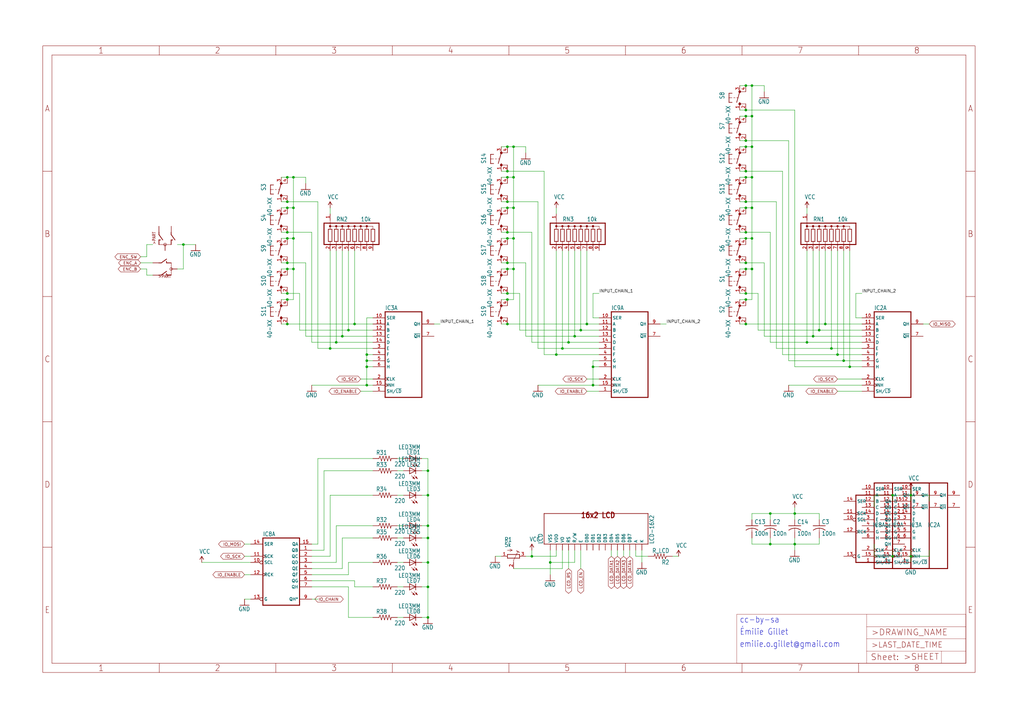
<source format=kicad_sch>
(kicad_sch (version 20211123) (generator eeschema)
  (paper "User" 425.45 299.593)
  (junction (at 309.88 86.36))
  (junction (at 350.52 149.86))
  (junction (at 213.36 86.36))
  (junction (at 370.84 231.14))
  (junction (at 309.88 35.56))
  (junction (at 119.38 124.46))
  (junction (at 241.3 137.16))
  (junction (at 121.92 86.36))
  (junction (at 119.38 86.36))
  (junction (at 309.88 45.72))
  (junction (at 213.36 73.66))
  (junction (at 121.92 99.06))
  (junction (at 210.82 121.92))
  (junction (at 330.2 226.06))
  (junction (at 152.4 160.02))
  (junction (at 152.4 149.86))
  (junction (at 142.24 139.7))
  (junction (at 119.38 111.76))
  (junction (at 210.82 99.06))
  (junction (at 119.38 73.66))
  (junction (at 119.38 96.52))
  (junction (at 309.88 71.12))
  (junction (at 347.98 147.32))
  (junction (at 210.82 111.76))
  (junction (at 231.14 147.32))
  (junction (at 177.8 233.68))
  (junction (at 119.38 121.92))
  (junction (at 309.88 73.66))
  (junction (at 309.88 121.92))
  (junction (at 177.8 205.74))
  (junction (at 238.76 139.7))
  (junction (at 337.82 139.7))
  (junction (at 210.82 109.22))
  (junction (at 309.88 109.22))
  (junction (at 309.88 134.62))
  (junction (at 119.38 83.82))
  (junction (at 210.82 71.12))
  (junction (at 320.04 226.06))
  (junction (at 210.82 124.46))
  (junction (at 312.42 99.06))
  (junction (at 243.84 134.62))
  (junction (at 177.8 223.52))
  (junction (at 309.88 99.06))
  (junction (at 236.22 142.24))
  (junction (at 177.8 218.44))
  (junction (at 312.42 73.66))
  (junction (at 309.88 58.42))
  (junction (at 309.88 111.76))
  (junction (at 312.42 60.96))
  (junction (at 335.28 142.24))
  (junction (at 119.38 99.06))
  (junction (at 309.88 124.46))
  (junction (at 121.92 73.66))
  (junction (at 345.44 144.78))
  (junction (at 378.46 231.14))
  (junction (at 139.7 142.24))
  (junction (at 342.9 134.62))
  (junction (at 210.82 96.52))
  (junction (at 210.82 134.62))
  (junction (at 177.8 195.58))
  (junction (at 121.92 111.76))
  (junction (at 210.82 73.66))
  (junction (at 177.8 243.84))
  (junction (at 309.88 60.96))
  (junction (at 312.42 86.36))
  (junction (at 309.88 83.82))
  (junction (at 213.36 111.76))
  (junction (at 370.84 205.74))
  (junction (at 152.4 147.32))
  (junction (at 210.82 83.82))
  (junction (at 246.38 152.4))
  (junction (at 76.2 101.6))
  (junction (at 320.04 213.36))
  (junction (at 119.38 109.22))
  (junction (at 137.16 144.78))
  (junction (at 312.42 111.76))
  (junction (at 309.88 48.26))
  (junction (at 213.36 99.06))
  (junction (at 340.36 137.16))
  (junction (at 147.32 134.62))
  (junction (at 152.4 152.4))
  (junction (at 378.46 205.74))
  (junction (at 220.98 231.14))
  (junction (at 353.06 152.4))
  (junction (at 233.68 144.78))
  (junction (at 210.82 60.96))
  (junction (at 330.2 213.36))
  (junction (at 309.88 96.52))
  (junction (at 213.36 60.96))
  (junction (at 312.42 48.26))
  (junction (at 312.42 35.56))
  (junction (at 177.8 256.54))
  (junction (at 210.82 86.36))
  (junction (at 246.38 160.02))
  (junction (at 144.78 137.16))
  (junction (at 228.6 233.68))
  (junction (at 119.38 134.62))
  (wire (pts (xy 307.34 83.82) (xy 309.88 83.82)))
  (wire (pts (xy 129.54 226.06) (xy 132.08 226.06)))
  (wire (pts (xy 335.28 142.24) (xy 353.06 142.24)))
  (wire (pts (xy 215.9 137.16) (xy 241.3 137.16)))
  (wire (pts (xy 129.54 233.68) (xy 139.7 233.68)))
  (wire (pts (xy 312.42 86.36) (xy 312.42 99.06)))
  (wire (pts (xy 119.38 96.52) (xy 129.54 96.52)))
  (wire (pts (xy 121.92 73.66) (xy 127 73.66)))
  (wire (pts (xy 119.38 99.06) (xy 121.92 99.06)))
  (wire (pts (xy 124.46 121.92) (xy 124.46 137.16)))
  (wire (pts (xy 144.78 243.84) (xy 144.78 256.54)))
  (wire (pts (xy 347.98 157.48) (xy 358.14 157.48)))
  (wire (pts (xy 208.28 73.66) (xy 210.82 73.66)))
  (wire (pts (xy 358.14 160.02) (xy 327.66 160.02)))
  (wire (pts (xy 137.16 231.14) (xy 137.16 205.74)))
  (wire (pts (xy 132.08 83.82) (xy 132.08 144.78)))
  (wire (pts (xy 119.38 121.92) (xy 116.84 121.92)))
  (wire (pts (xy 378.46 205.74) (xy 378.46 208.28)))
  (wire (pts (xy 309.88 96.52) (xy 320.04 96.52)))
  (wire (pts (xy 309.88 71.12) (xy 325.12 71.12)))
  (wire (pts (xy 132.08 226.06) (xy 132.08 190.5)))
  (wire (pts (xy 134.62 228.6) (xy 134.62 195.58)))
  (wire (pts (xy 116.84 83.82) (xy 119.38 83.82)))
  (wire (pts (xy 121.92 124.46) (xy 121.92 111.76)))
  (wire (pts (xy 330.2 226.06) (xy 330.2 228.6)))
  (wire (pts (xy 121.92 73.66) (xy 121.92 86.36)))
  (wire (pts (xy 213.36 60.96) (xy 218.44 60.96)))
  (wire (pts (xy 307.34 86.36) (xy 309.88 86.36)))
  (wire (pts (xy 175.26 205.74) (xy 177.8 205.74)))
  (wire (pts (xy 121.92 111.76) (xy 119.38 111.76)))
  (wire (pts (xy 386.08 205.74) (xy 386.08 208.28)))
  (wire (pts (xy 226.06 147.32) (xy 231.14 147.32)))
  (wire (pts (xy 342.9 104.14) (xy 342.9 134.62)))
  (wire (pts (xy 266.7 228.6) (xy 266.7 233.68)))
  (wire (pts (xy 309.88 99.06) (xy 312.42 99.06)))
  (wire (pts (xy 210.82 96.52) (xy 220.98 96.52)))
  (wire (pts (xy 320.04 96.52) (xy 320.04 142.24)))
  (wire (pts (xy 246.38 152.4) (xy 246.38 160.02)))
  (wire (pts (xy 309.88 45.72) (xy 330.2 45.72)))
  (wire (pts (xy 386.08 134.62) (xy 383.54 134.62)))
  (wire (pts (xy 259.08 231.14) (xy 259.08 228.6)))
  (wire (pts (xy 309.88 124.46) (xy 312.42 124.46)))
  (wire (pts (xy 165.1 243.84) (xy 167.64 243.84)))
  (wire (pts (xy 309.88 73.66) (xy 312.42 73.66)))
  (wire (pts (xy 129.54 248.92) (xy 132.08 248.92)))
  (wire (pts (xy 248.92 149.86) (xy 246.38 149.86)))
  (wire (pts (xy 119.38 86.36) (xy 121.92 86.36)))
  (wire (pts (xy 350.52 139.7) (xy 358.14 139.7)))
  (wire (pts (xy 119.38 83.82) (xy 132.08 83.82)))
  (wire (pts (xy 139.7 233.68) (xy 139.7 218.44)))
  (wire (pts (xy 121.92 99.06) (xy 121.92 111.76)))
  (wire (pts (xy 236.22 104.14) (xy 236.22 142.24)))
  (wire (pts (xy 60.96 114.3) (xy 63.5 114.3)))
  (wire (pts (xy 317.5 139.7) (xy 337.82 139.7)))
  (wire (pts (xy 340.36 226.06) (xy 340.36 223.52)))
  (wire (pts (xy 129.54 243.84) (xy 144.78 243.84)))
  (wire (pts (xy 210.82 96.52) (xy 208.28 96.52)))
  (wire (pts (xy 312.42 226.06) (xy 320.04 226.06)))
  (wire (pts (xy 119.38 111.76) (xy 116.84 111.76)))
  (wire (pts (xy 210.82 86.36) (xy 213.36 86.36)))
  (wire (pts (xy 147.32 241.3) (xy 147.32 243.84)))
  (wire (pts (xy 165.1 218.44) (xy 167.64 218.44)))
  (wire (pts (xy 220.98 96.52) (xy 220.98 142.24)))
  (wire (pts (xy 355.6 132.08) (xy 355.6 121.92)))
  (wire (pts (xy 256.54 231.14) (xy 256.54 228.6)))
  (wire (pts (xy 213.36 60.96) (xy 213.36 73.66)))
  (wire (pts (xy 307.34 35.56) (xy 309.88 35.56)))
  (wire (pts (xy 220.98 231.14) (xy 231.14 231.14)))
  (wire (pts (xy 238.76 139.7) (xy 248.92 139.7)))
  (wire (pts (xy 165.1 190.5) (xy 167.64 190.5)))
  (wire (pts (xy 307.34 124.46) (xy 309.88 124.46)))
  (wire (pts (xy 152.4 132.08) (xy 152.4 147.32)))
  (wire (pts (xy 132.08 144.78) (xy 137.16 144.78)))
  (wire (pts (xy 119.38 109.22) (xy 127 109.22)))
  (wire (pts (xy 139.7 218.44) (xy 154.94 218.44)))
  (wire (pts (xy 312.42 215.9) (xy 312.42 213.36)))
  (wire (pts (xy 314.96 137.16) (xy 340.36 137.16)))
  (wire (pts (xy 309.88 71.12) (xy 307.34 71.12)))
  (wire (pts (xy 307.34 96.52) (xy 309.88 96.52)))
  (wire (pts (xy 177.8 195.58) (xy 177.8 190.5)))
  (wire (pts (xy 345.44 134.62) (xy 358.14 134.62)))
  (wire (pts (xy 116.84 124.46) (xy 119.38 124.46)))
  (wire (pts (xy 210.82 73.66) (xy 213.36 73.66)))
  (wire (pts (xy 175.26 218.44) (xy 177.8 218.44)))
  (wire (pts (xy 58.42 106.68) (xy 60.96 106.68)))
  (wire (pts (xy 317.5 109.22) (xy 317.5 139.7)))
  (wire (pts (xy 129.54 236.22) (xy 142.24 236.22)))
  (wire (pts (xy 208.28 86.36) (xy 210.82 86.36)))
  (wire (pts (xy 142.24 139.7) (xy 154.94 139.7)))
  (wire (pts (xy 347.98 147.32) (xy 358.14 147.32)))
  (wire (pts (xy 60.96 106.68) (xy 60.96 101.6)))
  (wire (pts (xy 175.26 233.68) (xy 177.8 233.68)))
  (wire (pts (xy 132.08 190.5) (xy 154.94 190.5)))
  (wire (pts (xy 317.5 35.56) (xy 317.5 38.1)))
  (wire (pts (xy 175.26 190.5) (xy 177.8 190.5)))
  (wire (pts (xy 223.52 144.78) (xy 233.68 144.78)))
  (wire (pts (xy 307.34 60.96) (xy 309.88 60.96)))
  (wire (pts (xy 358.14 162.56) (xy 347.98 162.56)))
  (wire (pts (xy 60.96 101.6) (xy 63.5 101.6)))
  (wire (pts (xy 116.84 73.66) (xy 119.38 73.66)))
  (wire (pts (xy 76.2 101.6) (xy 81.28 101.6)))
  (wire (pts (xy 210.82 109.22) (xy 218.44 109.22)))
  (wire (pts (xy 243.84 157.48) (xy 248.92 157.48)))
  (wire (pts (xy 127 109.22) (xy 127 139.7)))
  (wire (pts (xy 73.66 111.76) (xy 76.2 111.76)))
  (wire (pts (xy 210.82 83.82) (xy 223.52 83.82)))
  (wire (pts (xy 314.96 121.92) (xy 314.96 137.16)))
  (wire (pts (xy 330.2 152.4) (xy 353.06 152.4)))
  (wire (pts (xy 309.88 58.42) (xy 327.66 58.42)))
  (wire (pts (xy 154.94 160.02) (xy 152.4 160.02)))
  (wire (pts (xy 137.16 104.14) (xy 137.16 144.78)))
  (wire (pts (xy 320.04 142.24) (xy 335.28 142.24)))
  (wire (pts (xy 228.6 233.68) (xy 228.6 238.76)))
  (wire (pts (xy 60.96 111.76) (xy 60.96 114.3)))
  (wire (pts (xy 175.26 243.84) (xy 177.8 243.84)))
  (wire (pts (xy 165.1 223.52) (xy 167.64 223.52)))
  (wire (pts (xy 350.52 104.14) (xy 350.52 149.86)))
  (wire (pts (xy 101.6 226.06) (xy 104.14 226.06)))
  (wire (pts (xy 177.8 223.52) (xy 177.8 218.44)))
  (wire (pts (xy 246.38 132.08) (xy 246.38 121.92)))
  (wire (pts (xy 312.42 111.76) (xy 309.88 111.76)))
  (wire (pts (xy 233.68 144.78) (xy 248.92 144.78)))
  (wire (pts (xy 119.38 109.22) (xy 116.84 109.22)))
  (wire (pts (xy 325.12 147.32) (xy 347.98 147.32)))
  (wire (pts (xy 236.22 236.22) (xy 236.22 228.6)))
  (wire (pts (xy 236.22 142.24) (xy 248.92 142.24)))
  (wire (pts (xy 210.82 134.62) (xy 243.84 134.62)))
  (wire (pts (xy 241.3 104.14) (xy 241.3 137.16)))
  (wire (pts (xy 175.26 195.58) (xy 177.8 195.58)))
  (wire (pts (xy 309.88 109.22) (xy 307.34 109.22)))
  (wire (pts (xy 152.4 147.32) (xy 152.4 149.86)))
  (wire (pts (xy 327.66 58.42) (xy 327.66 149.86)))
  (wire (pts (xy 246.38 149.86) (xy 246.38 152.4)))
  (wire (pts (xy 231.14 147.32) (xy 248.92 147.32)))
  (wire (pts (xy 228.6 228.6) (xy 228.6 233.68)))
  (wire (pts (xy 144.78 104.14) (xy 144.78 137.16)))
  (wire (pts (xy 370.84 231.14) (xy 370.84 228.6)))
  (wire (pts (xy 147.32 134.62) (xy 154.94 134.62)))
  (wire (pts (xy 147.32 104.14) (xy 147.32 134.62)))
  (wire (pts (xy 248.92 152.4) (xy 246.38 152.4)))
  (wire (pts (xy 101.6 238.76) (xy 104.14 238.76)))
  (wire (pts (xy 307.34 121.92) (xy 309.88 121.92)))
  (wire (pts (xy 246.38 160.02) (xy 223.52 160.02)))
  (wire (pts (xy 312.42 60.96) (xy 312.42 73.66)))
  (wire (pts (xy 177.8 218.44) (xy 177.8 205.74)))
  (wire (pts (xy 330.2 226.06) (xy 320.04 226.06)))
  (wire (pts (xy 370.84 205.74) (xy 370.84 208.28)))
  (wire (pts (xy 238.76 228.6) (xy 238.76 233.68)))
  (wire (pts (xy 213.36 236.22) (xy 233.68 236.22)))
  (wire (pts (xy 215.9 121.92) (xy 215.9 137.16)))
  (wire (pts (xy 307.34 134.62) (xy 309.88 134.62)))
  (wire (pts (xy 309.88 83.82) (xy 322.58 83.82)))
  (wire (pts (xy 342.9 134.62) (xy 345.44 134.62)))
  (wire (pts (xy 134.62 195.58) (xy 154.94 195.58)))
  (wire (pts (xy 231.14 104.14) (xy 231.14 147.32)))
  (wire (pts (xy 363.22 205.74) (xy 370.84 205.74)))
  (wire (pts (xy 180.34 134.62) (xy 182.88 134.62)))
  (wire (pts (xy 129.54 96.52) (xy 129.54 142.24)))
  (wire (pts (xy 101.6 231.14) (xy 104.14 231.14)))
  (wire (pts (xy 340.36 104.14) (xy 340.36 137.16)))
  (wire (pts (xy 119.38 124.46) (xy 121.92 124.46)))
  (wire (pts (xy 223.52 83.82) (xy 223.52 144.78)))
  (wire (pts (xy 177.8 205.74) (xy 177.8 195.58)))
  (wire (pts (xy 355.6 132.08) (xy 358.14 132.08)))
  (wire (pts (xy 312.42 73.66) (xy 312.42 86.36)))
  (wire (pts (xy 208.28 83.82) (xy 210.82 83.82)))
  (wire (pts (xy 152.4 132.08) (xy 154.94 132.08)))
  (wire (pts (xy 238.76 104.14) (xy 238.76 139.7)))
  (wire (pts (xy 312.42 213.36) (xy 320.04 213.36)))
  (wire (pts (xy 58.42 109.22) (xy 63.5 109.22)))
  (wire (pts (xy 264.16 228.6) (xy 264.16 231.14)))
  (wire (pts (xy 121.92 86.36) (xy 121.92 99.06)))
  (wire (pts (xy 307.34 73.66) (xy 309.88 73.66)))
  (wire (pts (xy 154.94 147.32) (xy 152.4 147.32)))
  (wire (pts (xy 243.84 134.62) (xy 248.92 134.62)))
  (wire (pts (xy 309.88 86.36) (xy 312.42 86.36)))
  (wire (pts (xy 345.44 104.14) (xy 345.44 144.78)))
  (wire (pts (xy 116.84 99.06) (xy 119.38 99.06)))
  (wire (pts (xy 119.38 134.62) (xy 147.32 134.62)))
  (wire (pts (xy 309.88 48.26) (xy 312.42 48.26)))
  (wire (pts (xy 226.06 71.12) (xy 226.06 147.32)))
  (wire (pts (xy 208.28 124.46) (xy 210.82 124.46)))
  (wire (pts (xy 137.16 86.36) (xy 137.16 88.9)))
  (wire (pts (xy 378.46 231.14) (xy 378.46 228.6)))
  (wire (pts (xy 129.54 231.14) (xy 137.16 231.14)))
  (wire (pts (xy 144.78 233.68) (xy 154.94 233.68)))
  (wire (pts (xy 340.36 215.9) (xy 340.36 213.36)))
  (wire (pts (xy 218.44 231.14) (xy 220.98 231.14)))
  (wire (pts (xy 340.36 226.06) (xy 330.2 226.06)))
  (wire (pts (xy 127 73.66) (xy 127 76.2)))
  (wire (pts (xy 309.88 121.92) (xy 314.96 121.92)))
  (wire (pts (xy 309.88 109.22) (xy 317.5 109.22)))
  (wire (pts (xy 231.14 86.36) (xy 231.14 88.9)))
  (wire (pts (xy 370.84 231.14) (xy 378.46 231.14)))
  (wire (pts (xy 210.82 121.92) (xy 215.9 121.92)))
  (wire (pts (xy 312.42 223.52) (xy 312.42 226.06)))
  (wire (pts (xy 165.1 233.68) (xy 167.64 233.68)))
  (wire (pts (xy 309.88 111.76) (xy 307.34 111.76)))
  (wire (pts (xy 165.1 205.74) (xy 167.64 205.74)))
  (wire (pts (xy 213.36 124.46) (xy 213.36 111.76)))
  (wire (pts (xy 218.44 139.7) (xy 238.76 139.7)))
  (wire (pts (xy 347.98 104.14) (xy 347.98 147.32)))
  (wire (pts (xy 307.34 99.06) (xy 309.88 99.06)))
  (wire (pts (xy 119.38 73.66) (xy 121.92 73.66)))
  (wire (pts (xy 139.7 104.14) (xy 139.7 142.24)))
  (wire (pts (xy 205.74 231.14) (xy 208.28 231.14)))
  (wire (pts (xy 218.44 63.5) (xy 218.44 60.96)))
  (wire (pts (xy 210.82 124.46) (xy 213.36 124.46)))
  (wire (pts (xy 208.28 60.96) (xy 210.82 60.96)))
  (wire (pts (xy 335.28 104.14) (xy 335.28 142.24)))
  (wire (pts (xy 248.92 162.56) (xy 243.84 162.56)))
  (wire (pts (xy 210.82 109.22) (xy 208.28 109.22)))
  (wire (pts (xy 220.98 228.6) (xy 220.98 231.14)))
  (wire (pts (xy 312.42 48.26) (xy 312.42 60.96)))
  (wire (pts (xy 312.42 35.56) (xy 317.5 35.56)))
  (wire (pts (xy 322.58 83.82) (xy 322.58 144.78)))
  (wire (pts (xy 309.88 60.96) (xy 312.42 60.96)))
  (wire (pts (xy 175.26 256.54) (xy 177.8 256.54)))
  (wire (pts (xy 340.36 137.16) (xy 347.98 137.16)))
  (wire (pts (xy 154.94 152.4) (xy 152.4 152.4)))
  (wire (pts (xy 218.44 109.22) (xy 218.44 139.7)))
  (wire (pts (xy 228.6 233.68) (xy 238.76 233.68)))
  (wire (pts (xy 142.24 223.52) (xy 154.94 223.52)))
  (wire (pts (xy 104.14 233.68) (xy 83.82 233.68)))
  (wire (pts (xy 378.46 231.14) (xy 378.46 233.68)))
  (wire (pts (xy 335.28 86.36) (xy 335.28 88.9)))
  (wire (pts (xy 307.34 48.26) (xy 309.88 48.26)))
  (wire (pts (xy 325.12 71.12) (xy 325.12 147.32)))
  (wire (pts (xy 337.82 104.14) (xy 337.82 139.7)))
  (wire (pts (xy 152.4 160.02) (xy 129.54 160.02)))
  (wire (pts (xy 330.2 213.36) (xy 340.36 213.36)))
  (wire (pts (xy 213.36 86.36) (xy 213.36 99.06)))
  (wire (pts (xy 177.8 256.54) (xy 177.8 243.84)))
  (wire (pts (xy 142.24 236.22) (xy 142.24 223.52)))
  (wire (pts (xy 307.34 58.42) (xy 309.88 58.42)))
  (wire (pts (xy 124.46 137.16) (xy 144.78 137.16)))
  (wire (pts (xy 355.6 121.92) (xy 358.14 121.92)))
  (wire (pts (xy 330.2 215.9) (xy 330.2 213.36)))
  (wire (pts (xy 165.1 256.54) (xy 167.64 256.54)))
  (wire (pts (xy 378.46 231.14) (xy 386.08 231.14)))
  (wire (pts (xy 73.66 101.6) (xy 76.2 101.6)))
  (wire (pts (xy 353.06 142.24) (xy 358.14 142.24)))
  (wire (pts (xy 152.4 152.4) (xy 152.4 160.02)))
  (wire (pts (xy 210.82 71.12) (xy 226.06 71.12)))
  (wire (pts (xy 139.7 142.24) (xy 154.94 142.24)))
  (wire (pts (xy 213.36 73.66) (xy 213.36 86.36)))
  (wire (pts (xy 378.46 205.74) (xy 386.08 205.74)))
  (wire (pts (xy 208.28 99.06) (xy 210.82 99.06)))
  (wire (pts (xy 353.06 152.4) (xy 358.14 152.4)))
  (wire (pts (xy 309.88 134.62) (xy 342.9 134.62)))
  (wire (pts (xy 312.42 99.06) (xy 312.42 111.76)))
  (wire (pts (xy 243.84 104.14) (xy 243.84 134.62)))
  (wire (pts (xy 322.58 144.78) (xy 345.44 144.78)))
  (wire (pts (xy 320.04 226.06) (xy 320.04 223.52)))
  (wire (pts (xy 210.82 99.06) (xy 213.36 99.06)))
  (wire (pts (xy 386.08 231.14) (xy 386.08 228.6)))
  (wire (pts (xy 337.82 139.7) (xy 350.52 139.7)))
  (wire (pts (xy 210.82 71.12) (xy 208.28 71.12)))
  (wire (pts (xy 261.62 231.14) (xy 261.62 228.6)))
  (wire (pts (xy 175.26 223.52) (xy 177.8 223.52)))
  (wire (pts (xy 142.24 104.14) (xy 142.24 139.7)))
  (wire (pts (xy 134.62 228.6) (xy 129.54 228.6)))
  (wire (pts (xy 233.68 236.22) (xy 233.68 228.6)))
  (wire (pts (xy 210.82 111.76) (xy 208.28 111.76)))
  (wire (pts (xy 208.28 134.62) (xy 210.82 134.62)))
  (wire (pts (xy 116.84 134.62) (xy 119.38 134.62)))
  (wire (pts (xy 210.82 60.96) (xy 213.36 60.96)))
  (wire (pts (xy 330.2 213.36) (xy 320.04 213.36)))
  (wire (pts (xy 350.52 149.86) (xy 358.14 149.86)))
  (wire (pts (xy 177.8 243.84) (xy 177.8 233.68)))
  (wire (pts (xy 246.38 132.08) (xy 248.92 132.08)))
  (wire (pts (xy 347.98 137.16) (xy 358.14 137.16)))
  (wire (pts (xy 312.42 35.56) (xy 312.42 48.26)))
  (wire (pts (xy 279.4 231.14) (xy 281.94 231.14)))
  (wire (pts (xy 241.3 236.22) (xy 241.3 228.6)))
  (wire (pts (xy 154.94 162.56) (xy 149.86 162.56)))
  (wire (pts (xy 363.22 226.06) (xy 363.22 231.14)))
  (wire (pts (xy 307.34 45.72) (xy 309.88 45.72)))
  (wire (pts (xy 144.78 137.16) (xy 154.94 137.16)))
  (wire (pts (xy 177.8 233.68) (xy 177.8 223.52)))
  (wire (pts (xy 147.32 243.84) (xy 154.94 243.84)))
  (wire (pts (xy 116.84 86.36) (xy 119.38 86.36)))
  (wire (pts (xy 144.78 238.76) (xy 144.78 233.68)))
  (wire (pts (xy 129.54 142.24) (xy 139.7 142.24)))
  (wire (pts (xy 330.2 226.06) (xy 330.2 223.52)))
  (wire (pts (xy 119.38 96.52) (xy 116.84 96.52)))
  (wire (pts (xy 104.14 248.92) (xy 101.6 248.92)))
  (wire (pts (xy 231.14 231.14) (xy 231.14 228.6)))
  (wire (pts (xy 233.68 144.78) (xy 233.68 104.14)))
  (wire (pts (xy 149.86 157.48) (xy 154.94 157.48)))
  (wire (pts (xy 58.42 111.76) (xy 60.96 111.76)))
  (wire (pts (xy 330.2 45.72) (xy 330.2 152.4)))
  (wire (pts (xy 378.46 205.74) (xy 378.46 203.2)))
  (wire (pts (xy 213.36 111.76) (xy 210.82 111.76)))
  (wire (pts (xy 309.88 35.56) (xy 312.42 35.56)))
  (wire (pts (xy 241.3 137.16) (xy 248.92 137.16)))
  (wire (pts (xy 246.38 121.92) (xy 248.92 121.92)))
  (wire (pts (xy 129.54 238.76) (xy 144.78 238.76)))
  (wire (pts (xy 363.22 231.14) (xy 370.84 231.14)))
  (wire (pts (xy 137.16 205.74) (xy 154.94 205.74)))
  (wire (pts (xy 327.66 149.86) (xy 350.52 149.86)))
  (wire (pts (xy 144.78 256.54) (xy 154.94 256.54)))
  (wire (pts (xy 353.06 104.14) (xy 353.06 152.4)))
  (wire (pts (xy 119.38 121.92) (xy 124.46 121.92)))
  (wire (pts (xy 167.64 195.58) (xy 165.1 195.58)))
  (wire (pts (xy 363.22 210.82) (xy 363.22 205.74)))
  (wire (pts (xy 345.44 144.78) (xy 358.14 144.78)))
  (wire (pts (xy 208.28 121.92) (xy 210.82 121.92)))
  (wire (pts (xy 213.36 99.06) (xy 213.36 111.76)))
  (wire (pts (xy 127 139.7) (xy 142.24 139.7)))
  (wire (pts (xy 137.16 144.78) (xy 154.94 144.78)))
  (wire (pts (xy 312.42 124.46) (xy 312.42 111.76)))
  (wire (pts (xy 76.2 111.76) (xy 76.2 101.6)))
  (wire (pts (xy 220.98 142.24) (xy 236.22 142.24)))
  (wire (pts (xy 274.32 134.62) (xy 276.86 134.62)))
  (wire (pts (xy 129.54 241.3) (xy 147.32 241.3)))
  (wire (pts (xy 370.84 205.74) (xy 378.46 205.74)))
  (wire (pts (xy 264.16 231.14) (xy 269.24 231.14)))
  (wire (pts (xy 330.2 213.36) (xy 330.2 210.82)))
  (wire (pts (xy 248.92 160.02) (xy 246.38 160.02)))
  (wire (pts (xy 320.04 215.9) (xy 320.04 213.36)))
  (wire (pts (xy 254 231.14) (xy 254 228.6)))
  (wire (pts (xy 152.4 149.86) (xy 152.4 152.4)))
  (wire (pts (xy 154.94 149.86) (xy 152.4 149.86)))
  (text "cc-by-sa" (at 307.34 259.08 180) (effects (font (size 2.54 2.159)) (justify left bottom)))
  (text "Émilie Gillet" (at 307.34 264.16 180) (effects (font (size 2.54 2.159)) (justify left bottom)))
  (text "emilie.o.gillet@gmail.com" (at 307.34 269.24 180) (effects (font (size 2.54 2.159)) (justify left bottom)))
  (label "INPUT_CHAIN_1" (at 248.92 121.92 0) (effects (font (size 1.2446 1.2446))))
  (label "INPUT_CHAIN_2" (at 358.14 121.92 0) (effects (font (size 1.2446 1.2446))))
  (label "INPUT_CHAIN_2" (at 276.86 134.62 0) (effects (font (size 1.2446 1.2446))))
  (label "INPUT_CHAIN_1" (at 182.88 134.62 0) (effects (font (size 1.2446 1.2446))))
  (global_label "LCD_EN" (shape bidirectional) (at 241.3 236.22 270) (effects (font (size 1.2446 1.2446))) (property "Intersheet References" "${INTERSHEET_REFS}" (effects hide)))
  (global_label "IO_MOSI" (shape bidirectional) (at 101.6 226.06 180) (effects (font (size 1.2446 1.2446))) (property "Intersheet References" "${INTERSHEET_REFS}" (effects hide)))
  (global_label "IO_CHAIN" (shape bidirectional) (at 130.81 248.92 0) (effects (font (size 1.2446 1.2446))) (property "Intersheet References" "${INTERSHEET_REFS}" (effects hide)))
  (global_label "IO_SCK" (shape bidirectional) (at 101.6 231.14 180) (effects (font (size 1.2446 1.2446))) (property "Intersheet References" "${INTERSHEET_REFS}" (effects hide)))
  (global_label "IO_SCK" (shape bidirectional) (at 243.84 157.48 180) (effects (font (size 1.2446 1.2446))) (property "Intersheet References" "${INTERSHEET_REFS}" (effects hide)))
  (global_label "LCD_DATA4" (shape bidirectional) (at 261.62 231.14 270) (effects (font (size 1.2446 1.2446))) (property "Intersheet References" "${INTERSHEET_REFS}" (effects hide)))
  (global_label "IO_ENABLE" (shape bidirectional) (at 101.6 238.76 180) (effects (font (size 1.2446 1.2446))) (property "Intersheet References" "${INTERSHEET_REFS}" (effects hide)))
  (global_label "IO_ENABLE" (shape bidirectional) (at 149.86 162.56 180) (effects (font (size 1.2446 1.2446))) (property "Intersheet References" "${INTERSHEET_REFS}" (effects hide)))
  (global_label "IO_ENABLE" (shape bidirectional) (at 347.98 162.56 180) (effects (font (size 1.2446 1.2446))) (property "Intersheet References" "${INTERSHEET_REFS}" (effects hide)))
  (global_label "ENC_SW" (shape bidirectional) (at 58.42 106.68 180) (effects (font (size 1.2446 1.2446))) (property "Intersheet References" "${INTERSHEET_REFS}" (effects hide)))
  (global_label "IO_SCK" (shape bidirectional) (at 149.86 157.48 180) (effects (font (size 1.2446 1.2446))) (property "Intersheet References" "${INTERSHEET_REFS}" (effects hide)))
  (global_label "IO_ENABLE" (shape bidirectional) (at 243.84 162.56 180) (effects (font (size 1.2446 1.2446))) (property "Intersheet References" "${INTERSHEET_REFS}" (effects hide)))
  (global_label "LCD_DATA1" (shape bidirectional) (at 254 231.14 270) (effects (font (size 1.2446 1.2446))) (property "Intersheet References" "${INTERSHEET_REFS}" (effects hide)))
  (global_label "IO_SCK" (shape bidirectional) (at 347.98 157.48 180) (effects (font (size 1.2446 1.2446))) (property "Intersheet References" "${INTERSHEET_REFS}" (effects hide)))
  (global_label "LCD_DATA3" (shape bidirectional) (at 259.08 231.14 270) (effects (font (size 1.2446 1.2446))) (property "Intersheet References" "${INTERSHEET_REFS}" (effects hide)))
  (global_label "LCD_DATA2" (shape bidirectional) (at 256.54 231.14 270) (effects (font (size 1.2446 1.2446))) (property "Intersheet References" "${INTERSHEET_REFS}" (effects hide)))
  (global_label "ENC_A" (shape bidirectional) (at 58.42 109.22 180) (effects (font (size 1.2446 1.2446))) (property "Intersheet References" "${INTERSHEET_REFS}" (effects hide)))
  (global_label "ENC_B" (shape bidirectional) (at 58.42 111.76 180) (effects (font (size 1.2446 1.2446))) (property "Intersheet References" "${INTERSHEET_REFS}" (effects hide)))
  (global_label "LCD_RS" (shape bidirectional) (at 236.22 236.22 270) (effects (font (size 1.2446 1.2446))) (property "Intersheet References" "${INTERSHEET_REFS}" (effects hide)))
  (global_label "IO_MISO" (shape bidirectional) (at 386.08 134.62 0) (effects (font (size 1.2446 1.2446))) (property "Intersheet References" "${INTERSHEET_REFS}" (effects hide)))
  (symbol (lib_id "Shruthi-Digital-XT-v03-eagle-import:GND") (at 205.74 233.68 0) (unit 1)
    (property "Reference" "#GND9" (effects hide))
    (property "Value" "GND" (at 203.2 236.22 0) (effects (font (size 1.778 1.5113)) (justify left bottom)))
  )
  (symbol (lib_id "Shruthi-Digital-XT-v03-eagle-import:74595N") (at 363.22 218.44 0) (unit 1)
    (property "Reference" "IC8" (at 362.585 219.075 0) (effects (font (size 1.778 1.5113)) (justify left bottom)))
    (property "Value" "74595N" (effects hide))
    (property "Footprint" "DIL16" (effects hide))
  )
  (symbol (lib_id "Shruthi-Digital-XT-v03-eagle-import:LED3MM") (at 170.18 218.44 90) (unit 1)
    (property "Reference" "LED4" (at 174.752 214.884 90) (effects (font (size 1.778 1.5113)) (justify left bottom)))
    (property "Value" "LED3MM" (at 174.752 212.725 90) (effects (font (size 1.778 1.5113)) (justify left bottom)))
    (property "Footprint" "LED3MM" (effects hide))
  )
  (symbol (lib_id "Shruthi-Digital-XT-v03-eagle-import:GND") (at 266.7 236.22 0) (unit 1)
    (property "Reference" "#GND15" (effects hide))
    (property "Value" "GND" (at 264.16 238.76 0) (effects (font (size 1.778 1.5113)) (justify left bottom)))
  )
  (symbol (lib_id "Shruthi-Digital-XT-v03-eagle-import:C-US025-024X044") (at 312.42 218.44 0) (unit 1)
    (property "Reference" "C13" (at 313.436 217.805 0) (effects (font (size 1.778 1.5113)) (justify left bottom)))
    (property "Value" "100n" (at 313.436 222.631 0) (effects (font (size 1.778 1.5113)) (justify left bottom)))
    (property "Footprint" "C025-024X044" (effects hide))
  )
  (symbol (lib_id "Shruthi-Digital-XT-v03-eagle-import:VCC") (at 330.2 210.82 0) (unit 1)
    (property "Reference" "#P+11" (effects hide))
    (property "Value" "VCC" (at 329.184 207.264 0) (effects (font (size 1.778 1.5113)) (justify left bottom)))
  )
  (symbol (lib_id "Shruthi-Digital-XT-v03-eagle-import:40-XX") (at 208.28 104.14 0) (mirror x) (unit 1)
    (property "Reference" "S17" (at 201.93 101.6 90) (effects (font (size 1.778 1.5113)) (justify left bottom)))
    (property "Value" "40-XX" (at 204.47 107.315 90) (effects (font (size 1.778 1.5113)) (justify left bottom)))
    (property "Footprint" "B3F-40XX" (effects hide))
  )
  (symbol (lib_id "Shruthi-Digital-XT-v03-eagle-import:G08R") (at 147.32 99.06 0) (unit 1)
    (property "Reference" "RN2" (at 139.7 92.075 0) (effects (font (size 1.778 1.5113)) (justify left bottom)))
    (property "Value" "10k" (at 149.86 92.075 0) (effects (font (size 1.778 1.5113)) (justify left bottom)))
    (property "Footprint" "SIL9" (effects hide))
  )
  (symbol (lib_id "Shruthi-Digital-XT-v03-eagle-import:LED3MM") (at 170.18 256.54 90) (unit 1)
    (property "Reference" "LED8" (at 174.752 252.984 90) (effects (font (size 1.778 1.5113)) (justify left bottom)))
    (property "Value" "LED3MM" (at 174.752 250.825 90) (effects (font (size 1.778 1.5113)) (justify left bottom)))
    (property "Footprint" "LED3MM" (effects hide))
  )
  (symbol (lib_id "Shruthi-Digital-XT-v03-eagle-import:R-US_0204{slash}7") (at 160.02 233.68 0) (unit 1)
    (property "Reference" "R36" (at 156.21 232.1814 0) (effects (font (size 1.778 1.5113)) (justify left bottom)))
    (property "Value" "220" (at 163.83 236.982 0) (effects (font (size 1.778 1.5113)) (justify left bottom)))
    (property "Footprint" "0204_7" (effects hide))
  )
  (symbol (lib_id "Shruthi-Digital-XT-v03-eagle-import:GND") (at 330.2 231.14 0) (unit 1)
    (property "Reference" "#GND16" (effects hide))
    (property "Value" "GND" (at 327.66 233.68 0) (effects (font (size 1.778 1.5113)) (justify left bottom)))
  )
  (symbol (lib_id "Shruthi-Digital-XT-v03-eagle-import:GND") (at 129.54 162.56 0) (unit 1)
    (property "Reference" "#GND29" (effects hide))
    (property "Value" "GND" (at 127 165.1 0) (effects (font (size 1.778 1.5113)) (justify left bottom)))
  )
  (symbol (lib_id "Shruthi-Digital-XT-v03-eagle-import:EC12E_SW") (at 68.58 101.6 0) (unit 1)
    (property "Reference" "SW1" (effects hide))
    (property "Value" "Encoder" (effects hide))
    (property "Footprint" "ALPS_EC12E_SW" (effects hide))
  )
  (symbol (lib_id "Shruthi-Digital-XT-v03-eagle-import:VCC") (at 220.98 228.6 0) (unit 1)
    (property "Reference" "#P+8" (effects hide))
    (property "Value" "VCC" (at 219.964 225.044 0) (effects (font (size 1.778 1.5113)) (justify left bottom)))
  )
  (symbol (lib_id "Shruthi-Digital-XT-v03-eagle-import:40-XX") (at 307.34 91.44 0) (mirror x) (unit 1)
    (property "Reference" "S5" (at 300.99 88.9 90) (effects (font (size 1.778 1.5113)) (justify left bottom)))
    (property "Value" "40-XX" (at 303.53 94.615 90) (effects (font (size 1.778 1.5113)) (justify left bottom)))
    (property "Footprint" "B3F-40XX" (effects hide))
  )
  (symbol (lib_id "Shruthi-Digital-XT-v03-eagle-import:LED3MM") (at 170.18 223.52 90) (unit 1)
    (property "Reference" "LED5" (at 174.752 219.964 90) (effects (font (size 1.778 1.5113)) (justify left bottom)))
    (property "Value" "LED3MM" (at 174.752 217.805 90) (effects (font (size 1.778 1.5113)) (justify left bottom)))
    (property "Footprint" "LED3MM" (effects hide))
  )
  (symbol (lib_id "Shruthi-Digital-XT-v03-eagle-import:VCC") (at 378.46 203.2 0) (unit 1)
    (property "Reference" "#P+35" (effects hide))
    (property "Value" "VCC" (at 377.444 199.644 0) (effects (font (size 1.778 1.5113)) (justify left bottom)))
  )
  (symbol (lib_id "Shruthi-Digital-XT-v03-eagle-import:40-XX") (at 116.84 91.44 0) (mirror x) (unit 1)
    (property "Reference" "S4" (at 110.49 88.9 90) (effects (font (size 1.778 1.5113)) (justify left bottom)))
    (property "Value" "40-XX" (at 113.03 94.615 90) (effects (font (size 1.778 1.5113)) (justify left bottom)))
    (property "Footprint" "B3F-40XX" (effects hide))
  )
  (symbol (lib_id "Shruthi-Digital-XT-v03-eagle-import:LCD-16X2") (at 248.92 218.44 90) (unit 1)
    (property "Reference" "LCD" (at 225.552 226.06 0) (effects (font (size 1.778 1.5113)) (justify left bottom)))
    (property "Value" "LCD-16X2" (at 271.78 226.06 0) (effects (font (size 1.778 1.5113)) (justify left bottom)))
    (property "Footprint" "LCD-16X2" (effects hide))
  )
  (symbol (lib_id "Shruthi-Digital-XT-v03-eagle-import:LED3MM") (at 170.18 190.5 90) (unit 1)
    (property "Reference" "LED1" (at 174.752 186.944 90) (effects (font (size 1.778 1.5113)) (justify left bottom)))
    (property "Value" "LED3MM" (at 174.752 184.785 90) (effects (font (size 1.778 1.5113)) (justify left bottom)))
    (property "Footprint" "LED3MM" (effects hide))
  )
  (symbol (lib_id "Shruthi-Digital-XT-v03-eagle-import:R-US_0204{slash}7") (at 160.02 256.54 0) (unit 1)
    (property "Reference" "R38" (at 156.21 255.0414 0) (effects (font (size 1.778 1.5113)) (justify left bottom)))
    (property "Value" "220" (at 163.83 259.842 0) (effects (font (size 1.778 1.5113)) (justify left bottom)))
    (property "Footprint" "0204_7" (effects hide))
  )
  (symbol (lib_id "Shruthi-Digital-XT-v03-eagle-import:40-XX") (at 208.28 91.44 0) (mirror x) (unit 1)
    (property "Reference" "S16" (at 201.93 88.9 90) (effects (font (size 1.778 1.5113)) (justify left bottom)))
    (property "Value" "40-XX" (at 204.47 94.615 90) (effects (font (size 1.778 1.5113)) (justify left bottom)))
    (property "Footprint" "B3F-40XX" (effects hide))
  )
  (symbol (lib_id "Shruthi-Digital-XT-v03-eagle-import:VCC") (at 335.28 86.36 0) (unit 1)
    (property "Reference" "#P+20" (effects hide))
    (property "Value" "VCC" (at 334.264 82.804 0) (effects (font (size 1.778 1.5113)) (justify left bottom)))
  )
  (symbol (lib_id "Shruthi-Digital-XT-v03-eagle-import:R-US_0204{slash}7") (at 160.02 243.84 0) (unit 1)
    (property "Reference" "R37" (at 156.21 242.3414 0) (effects (font (size 1.778 1.5113)) (justify left bottom)))
    (property "Value" "220" (at 163.83 247.142 0) (effects (font (size 1.778 1.5113)) (justify left bottom)))
    (property "Footprint" "0204_7" (effects hide))
  )
  (symbol (lib_id "Shruthi-Digital-XT-v03-eagle-import:40-XX") (at 307.34 40.64 0) (mirror x) (unit 1)
    (property "Reference" "S8" (at 300.99 38.1 90) (effects (font (size 1.778 1.5113)) (justify left bottom)))
    (property "Value" "40-XX" (at 303.53 43.815 90) (effects (font (size 1.778 1.5113)) (justify left bottom)))
    (property "Footprint" "B3F-40XX" (effects hide))
  )
  (symbol (lib_id "Shruthi-Digital-XT-v03-eagle-import:GND") (at 101.6 251.46 0) (unit 1)
    (property "Reference" "#GND6" (effects hide))
    (property "Value" "GND" (at 99.06 254 0) (effects (font (size 1.778 1.5113)) (justify left bottom)))
  )
  (symbol (lib_id "Shruthi-Digital-XT-v03-eagle-import:GND") (at 228.6 241.3 0) (unit 1)
    (property "Reference" "#GND28" (effects hide))
    (property "Value" "GND" (at 226.06 243.84 0) (effects (font (size 1.778 1.5113)) (justify left bottom)))
  )
  (symbol (lib_id "Shruthi-Digital-XT-v03-eagle-import:40-XX") (at 307.34 129.54 0) (mirror x) (unit 1)
    (property "Reference" "S2" (at 300.99 127 90) (effects (font (size 1.778 1.5113)) (justify left bottom)))
    (property "Value" "40-XX" (at 303.53 132.715 90) (effects (font (size 1.778 1.5113)) (justify left bottom)))
    (property "Footprint" "B3F-40XX" (effects hide))
  )
  (symbol (lib_id "Shruthi-Digital-XT-v03-eagle-import:GND") (at 177.8 259.08 0) (unit 1)
    (property "Reference" "#GND7" (effects hide))
    (property "Value" "GND" (at 175.26 261.62 0) (effects (font (size 1.778 1.5113)) (justify left bottom)))
  )
  (symbol (lib_id "Shruthi-Digital-XT-v03-eagle-import:R-US_0204{slash}7") (at 160.02 223.52 0) (unit 1)
    (property "Reference" "R35" (at 156.21 222.0214 0) (effects (font (size 1.778 1.5113)) (justify left bottom)))
    (property "Value" "220" (at 163.83 226.822 0) (effects (font (size 1.778 1.5113)) (justify left bottom)))
    (property "Footprint" "0204_7" (effects hide))
  )
  (symbol (lib_id "Shruthi-Digital-XT-v03-eagle-import:GND") (at 378.46 236.22 0) (unit 1)
    (property "Reference" "#GND43" (effects hide))
    (property "Value" "GND" (at 375.92 238.76 0) (effects (font (size 1.778 1.5113)) (justify left bottom)))
  )
  (symbol (lib_id "Shruthi-Digital-XT-v03-eagle-import:R-US_0204{slash}7") (at 160.02 190.5 0) (unit 1)
    (property "Reference" "R31" (at 156.21 189.0014 0) (effects (font (size 1.778 1.5113)) (justify left bottom)))
    (property "Value" "220" (at 163.83 193.802 0) (effects (font (size 1.778 1.5113)) (justify left bottom)))
    (property "Footprint" "0204_7" (effects hide))
  )
  (symbol (lib_id "Shruthi-Digital-XT-v03-eagle-import:R-US_0204{slash}7") (at 274.32 231.14 180) (unit 1)
    (property "Reference" "R2" (at 278.13 232.6386 0) (effects (font (size 1.778 1.5113)) (justify left bottom)))
    (property "Value" "R_LCD" (at 278.13 227.838 0) (effects (font (size 1.778 1.5113)) (justify left bottom)))
    (property "Footprint" "0204_7" (effects hide))
  )
  (symbol (lib_id "Shruthi-Digital-XT-v03-eagle-import:G08R") (at 241.3 99.06 0) (unit 1)
    (property "Reference" "RN3" (at 233.68 92.075 0) (effects (font (size 1.778 1.5113)) (justify left bottom)))
    (property "Value" "10k" (at 243.84 92.075 0) (effects (font (size 1.778 1.5113)) (justify left bottom)))
    (property "Footprint" "SIL9" (effects hide))
  )
  (symbol (lib_id "Shruthi-Digital-XT-v03-eagle-import:40-XX") (at 307.34 78.74 0) (mirror x) (unit 1)
    (property "Reference" "S13" (at 300.99 76.2 90) (effects (font (size 1.778 1.5113)) (justify left bottom)))
    (property "Value" "40-XX" (at 303.53 81.915 90) (effects (font (size 1.778 1.5113)) (justify left bottom)))
    (property "Footprint" "B3F-40XX" (effects hide))
  )
  (symbol (lib_id "Shruthi-Digital-XT-v03-eagle-import:VCC") (at 83.82 233.68 0) (unit 1)
    (property "Reference" "#P+5" (effects hide))
    (property "Value" "VCC" (at 82.804 230.124 0) (effects (font (size 1.778 1.5113)) (justify left bottom)))
  )
  (symbol (lib_id "Shruthi-Digital-XT-v03-eagle-import:R-TRIMM3339P") (at 213.36 231.14 270) (unit 1)
    (property "Reference" "R1" (at 209.55 225.171 90) (effects (font (size 1.778 1.5113)) (justify left bottom)))
    (property "Value" "5k" (at 209.55 227.33 90) (effects (font (size 1.778 1.5113)) (justify left bottom)))
    (property "Footprint" "RTRIM3339P" (effects hide))
  )
  (symbol (lib_id "Shruthi-Digital-XT-v03-eagle-import:74595N") (at 116.84 236.22 0) (unit 1)
    (property "Reference" "IC8" (at 109.22 222.885 0) (effects (font (size 1.778 1.5113)) (justify left bottom)))
    (property "Value" "74595N" (effects hide))
    (property "Footprint" "DIL16" (effects hide))
  )
  (symbol (lib_id "Shruthi-Digital-XT-v03-eagle-import:40-XX") (at 208.28 66.04 0) (mirror x) (unit 1)
    (property "Reference" "S14" (at 201.93 63.5 90) (effects (font (size 1.778 1.5113)) (justify left bottom)))
    (property "Value" "40-XX" (at 204.47 69.215 90) (effects (font (size 1.778 1.5113)) (justify left bottom)))
    (property "Footprint" "B3F-40XX" (effects hide))
  )
  (symbol (lib_id "Shruthi-Digital-XT-v03-eagle-import:40-XX") (at 116.84 116.84 0) (mirror x) (unit 1)
    (property "Reference" "S10" (at 110.49 114.3 90) (effects (font (size 1.778 1.5113)) (justify left bottom)))
    (property "Value" "40-XX" (at 113.03 120.015 90) (effects (font (size 1.778 1.5113)) (justify left bottom)))
    (property "Footprint" "B3F-40XX" (effects hide))
  )
  (symbol (lib_id "Shruthi-Digital-XT-v03-eagle-import:40-XX") (at 307.34 116.84 0) (mirror x) (unit 1)
    (property "Reference" "S1" (at 300.99 114.3 90) (effects (font (size 1.778 1.5113)) (justify left bottom)))
    (property "Value" "40-XX" (at 303.53 120.015 90) (effects (font (size 1.778 1.5113)) (justify left bottom)))
    (property "Footprint" "B3F-40XX" (effects hide))
  )
  (symbol (lib_id "Shruthi-Digital-XT-v03-eagle-import:74165N") (at 386.08 218.44 0) (unit 1)
    (property "Reference" "IC2" (at 385.445 219.075 0) (effects (font (size 1.778 1.5113)) (justify left bottom)))
    (property "Value" "74HC165N" (effects hide))
    (property "Footprint" "DIL16" (effects hide))
  )
  (symbol (lib_id "Shruthi-Digital-XT-v03-eagle-import:74165N") (at 370.84 218.44 0) (unit 1)
    (property "Reference" "IC9" (at 370.205 219.075 0) (effects (font (size 1.778 1.5113)) (justify left bottom)))
    (property "Value" "74HC165N" (effects hide))
    (property "Footprint" "DIL16" (effects hide))
  )
  (symbol (lib_id "Shruthi-Digital-XT-v03-eagle-import:LED3MM") (at 170.18 233.68 90) (unit 1)
    (property "Reference" "LED6" (at 174.752 230.124 90) (effects (font (size 1.778 1.5113)) (justify left bottom)))
    (property "Value" "LED3MM" (at 174.752 227.965 90) (effects (font (size 1.778 1.5113)) (justify left bottom)))
    (property "Footprint" "LED3MM" (effects hide))
  )
  (symbol (lib_id "Shruthi-Digital-XT-v03-eagle-import:40-XX") (at 208.28 78.74 0) (mirror x) (unit 1)
    (property "Reference" "S15" (at 201.93 76.2 90) (effects (font (size 1.778 1.5113)) (justify left bottom)))
    (property "Value" "40-XX" (at 204.47 81.915 90) (effects (font (size 1.778 1.5113)) (justify left bottom)))
    (property "Footprint" "B3F-40XX" (effects hide))
  )
  (symbol (lib_id "Shruthi-Digital-XT-v03-eagle-import:C-US025-024X044") (at 340.36 218.44 0) (unit 1)
    (property "Reference" "C3" (at 341.376 217.805 0) (effects (font (size 1.778 1.5113)) (justify left bottom)))
    (property "Value" "100n" (at 341.376 222.631 0) (effects (font (size 1.778 1.5113)) (justify left bottom)))
    (property "Footprint" "C025-024X044" (effects hide))
  )
  (symbol (lib_id "Shruthi-Digital-XT-v03-eagle-import:74165N") (at 370.84 147.32 0) (unit 1)
    (property "Reference" "IC2" (at 363.22 128.905 0) (effects (font (size 1.778 1.5113)) (justify left bottom)))
    (property "Value" "74HC165N" (effects hide))
    (property "Footprint" "DIL16" (effects hide))
  )
  (symbol (lib_id "Shruthi-Digital-XT-v03-eagle-import:74165N") (at 261.62 147.32 0) (unit 1)
    (property "Reference" "IC9" (at 254 128.905 0) (effects (font (size 1.778 1.5113)) (justify left bottom)))
    (property "Value" "74HC165N" (effects hide))
    (property "Footprint" "DIL16" (effects hide))
  )
  (symbol (lib_id "Shruthi-Digital-XT-v03-eagle-import:40-XX") (at 116.84 104.14 0) (mirror x) (unit 1)
    (property "Reference" "S9" (at 110.49 101.6 90) (effects (font (size 1.778 1.5113)) (justify left bottom)))
    (property "Value" "40-XX" (at 113.03 107.315 90) (effects (font (size 1.778 1.5113)) (justify left bottom)))
    (property "Footprint" "B3F-40XX" (effects hide))
  )
  (symbol (lib_id "Shruthi-Digital-XT-v03-eagle-import:40-XX") (at 307.34 66.04 0) (mirror x) (unit 1)
    (property "Reference" "S12" (at 300.99 63.5 90) (effects (font (size 1.778 1.5113)) (justify left bottom)))
    (property "Value" "40-XX" (at 303.53 69.215 90) (effects (font (size 1.778 1.5113)) (justify left bottom)))
    (property "Footprint" "B3F-40XX" (effects hide))
  )
  (symbol (lib_id "Shruthi-Digital-XT-v03-eagle-import:40-XX") (at 307.34 53.34 0) (mirror x) (unit 1)
    (property "Reference" "S7" (at 300.99 50.8 90) (effects (font (size 1.778 1.5113)) (justify left bottom)))
    (property "Value" "40-XX" (at 303.53 56.515 90) (effects (font (size 1.778 1.5113)) (justify left bottom)))
    (property "Footprint" "B3F-40XX" (effects hide))
  )
  (symbol (lib_id "Shruthi-Digital-XT-v03-eagle-import:R-US_0204{slash}7") (at 160.02 195.58 0) (unit 1)
    (property "Reference" "R33" (at 156.21 194.0814 0) (effects (font (size 1.778 1.5113)) (justify left bottom)))
    (property "Value" "220" (at 163.83 198.882 0) (effects (font (size 1.778 1.5113)) (justify left bottom)))
    (property "Footprint" "0204_7" (effects hide))
  )
  (symbol (lib_id "Shruthi-Digital-XT-v03-eagle-import:74165N") (at 378.46 218.44 0) (unit 1)
    (property "Reference" "IC3" (at 377.825 219.075 0) (effects (font (size 1.778 1.5113)) (justify left bottom)))
    (property "Value" "74HC165N" (effects hide))
    (property "Footprint" "DIL16" (effects hide))
  )
  (symbol (lib_id "Shruthi-Digital-XT-v03-eagle-import:LED3MM") (at 170.18 195.58 90) (unit 1)
    (property "Reference" "LED2" (at 174.752 192.024 90) (effects (font (size 1.778 1.5113)) (justify left bottom)))
    (property "Value" "LED3MM" (at 174.752 189.865 90) (effects (font (size 1.778 1.5113)) (justify left bottom)))
    (property "Footprint" "LED3MM" (effects hide))
  )
  (symbol (lib_id "Shruthi-Digital-XT-v03-eagle-import:VCC") (at 231.14 86.36 0) (unit 1)
    (property "Reference" "#P+12" (effects hide))
    (property "Value" "VCC" (at 230.124 82.804 0) (effects (font (size 1.778 1.5113)) (justify left bottom)))
  )
  (symbol (lib_id "Shruthi-Digital-XT-v03-eagle-import:R-US_0204{slash}7") (at 160.02 218.44 0) (unit 1)
    (property "Reference" "R32" (at 156.21 216.9414 0) (effects (font (size 1.778 1.5113)) (justify left bottom)))
    (property "Value" "220" (at 163.83 221.742 0) (effects (font (size 1.778 1.5113)) (justify left bottom)))
    (property "Footprint" "0204_7" (effects hide))
  )
  (symbol (lib_id "Shruthi-Digital-XT-v03-eagle-import:R-US_0204{slash}7") (at 160.02 205.74 0) (unit 1)
    (property "Reference" "R34" (at 156.21 204.2414 0) (effects (font (size 1.778 1.5113)) (justify left bottom)))
    (property "Value" "220" (at 163.83 209.042 0) (effects (font (size 1.778 1.5113)) (justify left bottom)))
    (property "Footprint" "0204_7" (effects hide))
  )
  (symbol (lib_id "Shruthi-Digital-XT-v03-eagle-import:40-XX") (at 208.28 129.54 0) (mirror x) (unit 1)
    (property "Reference" "S19" (at 201.93 127 90) (effects (font (size 1.778 1.5113)) (justify left bottom)))
    (property "Value" "40-XX" (at 204.47 132.715 90) (effects (font (size 1.778 1.5113)) (justify left bottom)))
    (property "Footprint" "B3F-40XX" (effects hide))
  )
  (symbol (lib_id "Shruthi-Digital-XT-v03-eagle-import:GND") (at 127 78.74 0) (unit 1)
    (property "Reference" "#GND58" (effects hide))
    (property "Value" "GND" (at 124.46 81.28 0) (effects (font (size 1.778 1.5113)) (justify left bottom)))
  )
  (symbol (lib_id "Shruthi-Digital-XT-v03-eagle-import:C-US025-024X044") (at 320.04 218.44 0) (unit 1)
    (property "Reference" "C2" (at 321.056 217.805 0) (effects (font (size 1.778 1.5113)) (justify left bottom)))
    (property "Value" "100n" (at 321.056 222.631 0) (effects (font (size 1.778 1.5113)) (justify left bottom)))
    (property "Footprint" "C025-024X044" (effects hide))
  )
  (symbol (lib_id "Shruthi-Digital-XT-v03-eagle-import:40-XX") (at 307.34 104.14 0) (mirror x) (unit 1)
    (property "Reference" "S6" (at 300.99 101.6 90) (effects (font (size 1.778 1.5113)) (justify left bottom)))
    (property "Value" "40-XX" (at 303.53 107.315 90) (effects (font (size 1.778 1.5113)) (justify left bottom)))
    (property "Footprint" "B3F-40XX" (effects hide))
  )
  (symbol (lib_id "Shruthi-Digital-XT-v03-eagle-import:GND") (at 317.5 40.64 0) (unit 1)
    (property "Reference" "#GND26" (effects hide))
    (property "Value" "GND" (at 314.96 43.18 0) (effects (font (size 1.778 1.5113)) (justify left bottom)))
  )
  (symbol (lib_id "Shruthi-Digital-XT-v03-eagle-import:A3L-LOC") (at 17.78 279.4 0) (unit 1)
    (property "Reference" "#FRAME3" (effects hide))
    (property "Value" "A3L-LOC" (effects hide))
  )
  (symbol (lib_id "Shruthi-Digital-XT-v03-eagle-import:VCC") (at 137.16 86.36 0) (unit 1)
    (property "Reference" "#P+21" (effects hide))
    (property "Value" "VCC" (at 136.144 82.804 0) (effects (font (size 1.778 1.5113)) (justify left bottom)))
  )
  (symbol (lib_id "Shruthi-Digital-XT-v03-eagle-import:74165N") (at 167.64 147.32 0) (unit 1)
    (property "Reference" "IC3" (at 160.02 128.905 0) (effects (font (size 1.778 1.5113)) (justify left bottom)))
    (property "Value" "74HC165N" (effects hide))
    (property "Footprint" "DIL16" (effects hide))
  )
  (symbol (lib_id "Shruthi-Digital-XT-v03-eagle-import:40-XX") (at 116.84 129.54 0) (mirror x) (unit 1)
    (property "Reference" "S11" (at 110.49 127 90) (effects (font (size 1.778 1.5113)) (justify left bottom)))
    (property "Value" "40-XX" (at 113.03 132.715 90) (effects (font (size 1.778 1.5113)) (justify left bottom)))
    (property "Footprint" "B3F-40XX" (effects hide))
  )
  (symbol (lib_id "Shruthi-Digital-XT-v03-eagle-import:40-XX") (at 116.84 78.74 0) (mirror x) (unit 1)
    (property "Reference" "S3" (at 110.49 76.2 90) (effects (font (size 1.778 1.5113)) (justify left bottom)))
    (property "Value" "40-XX" (at 113.03 81.915 90) (effects (font (size 1.778 1.5113)) (justify left bottom)))
    (property "Footprint" "B3F-40XX" (effects hide))
  )
  (symbol (lib_id "Shruthi-Digital-XT-v03-eagle-import:LED3MM") (at 170.18 243.84 90) (unit 1)
    (property "Reference" "LED7" (at 174.752 240.284 90) (effects (font (size 1.778 1.5113)) (justify left bottom)))
    (property "Value" "LED3MM" (at 174.752 238.125 90) (effects (font (size 1.778 1.5113)) (justify left bottom)))
    (property "Footprint" "LED3MM" (effects hide))
  )
  (symbol (lib_id "Shruthi-Digital-XT-v03-eagle-import:GND") (at 223.52 162.56 0) (unit 1)
    (property "Reference" "#GND8" (effects hide))
    (property "Value" "GND" (at 220.98 165.1 0) (effects (font (size 1.778 1.5113)) (justify left bottom)))
  )
  (symbol (lib_id "Shruthi-Digital-XT-v03-eagle-import:GND") (at 81.28 104.14 0) (unit 1)
    (property "Reference" "#GND10" (effects hide))
    (property "Value" "GND" (at 78.74 106.68 0) (effects (font (size 1.778 1.5113)) (justify left bottom)))
  )
  (symbol (lib_id "Shruthi-Digital-XT-v03-eagle-import:40-XX") (at 208.28 116.84 0) (mirror x) (unit 1)
    (property "Reference" "S18" (at 201.93 114.3 90) (effects (font (size 1.778 1.5113)) (justify left bottom)))
    (property "Value" "40-XX" (at 204.47 120.015 90) (effects (font (size 1.778 1.5113)) (justify left bottom)))
    (property "Footprint" "B3F-40XX" (effects hide))
  )
  (symbol (lib_id "Shruthi-Digital-XT-v03-eagle-import:C-US025-024X044") (at 330.2 218.44 0) (unit 1)
    (property "Reference" "C14" (at 331.216 217.805 0) (effects (font (size 1.778 1.5113)) (justify left bottom)))
    (property "Value" "100n" (at 331.216 222.631 0) (effects (font (size 1.778 1.5113)) (justify left bottom)))
    (property "Footprint" "C025-024X044" (effects hide))
  )
  (symbol (lib_id "Shruthi-Digital-XT-v03-eagle-import:EC12E_SW") (at 71.12 111.76 90) (unit 1)
    (property "Reference" "SW1" (effects hide))
    (property "Value" "Encoder" (effects hide))
    (property "Footprint" "ALPS_EC12E_SW" (effects hide))
  )
  (symbol (lib_id "Shruthi-Digital-XT-v03-eagle-import:G08R") (at 345.44 99.06 0) (unit 1)
    (property "Reference" "RN1" (at 337.82 92.075 0) (effects (font (size 1.778 1.5113)) (justify left bottom)))
    (property "Value" "10k" (at 347.98 92.075 0) (effects (font (size 1.778 1.5113)) (justify left bottom)))
    (property "Footprint" "SIL9" (effects hide))
  )
  (symbol (lib_id "Shruthi-Digital-XT-v03-eagle-import:GND") (at 218.44 66.04 0) (unit 1)
    (property "Reference" "#GND2" (effects hide))
    (property "Value" "GND" (at 215.9 68.58 0) (effects (font (size 1.778 1.5113)) (justify left bottom)))
  )
  (symbol (lib_id "Shruthi-Digital-XT-v03-eagle-import:GND") (at 327.66 162.56 0) (unit 1)
    (property "Reference" "#GND27" (effects hide))
    (property "Value" "GND" (at 325.12 165.1 0) (effects (font (size 1.778 1.5113)) (justify left bottom)))
  )
  (symbol (lib_id "Shruthi-Digital-XT-v03-eagle-import:LED3MM") (at 170.18 205.74 90) (unit 1)
    (property "Reference" "LED3" (at 174.752 202.184 90) (effects (font (size 1.778 1.5113)) (justify left bottom)))
    (property "Value" "LED3MM" (at 174.752 200.025 90) (effects (font (size 1.778 1.5113)) (justify left bottom)))
    (property "Footprint" "LED3MM" (effects hide))
  )
  (symbol (lib_id "Shruthi-Digital-XT-v03-eagle-import:VCC") (at 281.94 231.14 0) (unit 1)
    (property "Reference" "#P+9" (effects hide))
    (property "Value" "VCC" (at 280.924 227.584 0) (effects (font (size 1.778 1.5113)) (justify left bottom)))
  )
)
</source>
